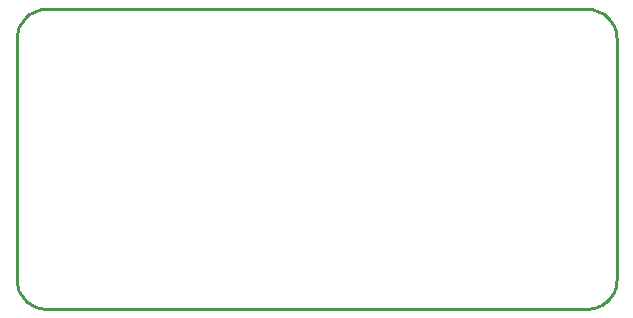
<source format=gbr>
G04 EAGLE Gerber RS-274X export*
G75*
%MOMM*%
%FSLAX34Y34*%
%LPD*%
%IN*%
%IPPOS*%
%AMOC8*
5,1,8,0,0,1.08239X$1,22.5*%
G01*
%ADD10C,0.254000*%


D10*
X0Y25400D02*
X97Y23186D01*
X386Y20989D01*
X865Y18826D01*
X1532Y16713D01*
X2380Y14666D01*
X3403Y12700D01*
X4594Y10831D01*
X5942Y9073D01*
X7440Y7440D01*
X9073Y5942D01*
X10831Y4594D01*
X12700Y3403D01*
X14666Y2380D01*
X16713Y1532D01*
X18826Y865D01*
X20989Y386D01*
X23186Y97D01*
X25400Y0D01*
X482600Y0D01*
X484814Y97D01*
X487011Y386D01*
X489174Y865D01*
X491287Y1532D01*
X493335Y2380D01*
X495300Y3403D01*
X497169Y4594D01*
X498927Y5942D01*
X500561Y7440D01*
X502058Y9073D01*
X503406Y10831D01*
X504597Y12700D01*
X505620Y14666D01*
X506468Y16713D01*
X507135Y18826D01*
X507614Y20989D01*
X507903Y23186D01*
X508000Y25400D01*
X508000Y228600D01*
X507903Y230814D01*
X507614Y233011D01*
X507135Y235174D01*
X506468Y237287D01*
X505620Y239335D01*
X504597Y241300D01*
X503406Y243169D01*
X502058Y244927D01*
X500561Y246561D01*
X498927Y248058D01*
X497169Y249406D01*
X495300Y250597D01*
X493335Y251620D01*
X491287Y252468D01*
X489174Y253135D01*
X487011Y253614D01*
X484814Y253903D01*
X482600Y254000D01*
X25400Y254000D01*
X23186Y253903D01*
X20989Y253614D01*
X18826Y253135D01*
X16713Y252468D01*
X14666Y251620D01*
X12700Y250597D01*
X10831Y249406D01*
X9073Y248058D01*
X7440Y246561D01*
X5942Y244927D01*
X4594Y243169D01*
X3403Y241300D01*
X2380Y239335D01*
X1532Y237287D01*
X865Y235174D01*
X386Y233011D01*
X97Y230814D01*
X0Y228600D01*
X0Y25400D01*
M02*

</source>
